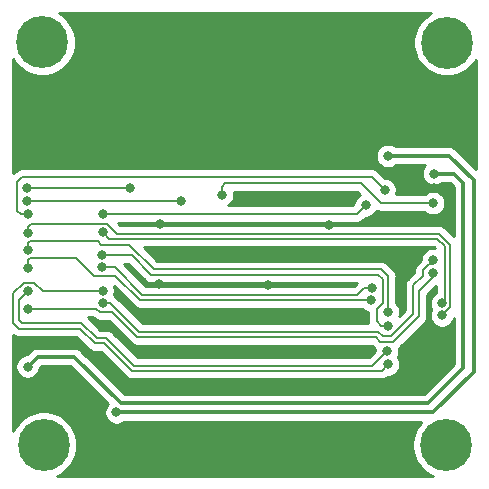
<source format=gbr>
%TF.GenerationSoftware,KiCad,Pcbnew,5.1.10-88a1d61d58~88~ubuntu18.04.1*%
%TF.CreationDate,2021-08-08T17:29:49+07:00*%
%TF.ProjectId,AETINA_ACCS3-STD-AN00-TEKNIQUE_OCLEA_OS08A20-ADAPTER,41455449-4e41-45f4-9143-4353332d5354,rev?*%
%TF.SameCoordinates,Original*%
%TF.FileFunction,Copper,L2,Bot*%
%TF.FilePolarity,Positive*%
%FSLAX46Y46*%
G04 Gerber Fmt 4.6, Leading zero omitted, Abs format (unit mm)*
G04 Created by KiCad (PCBNEW 5.1.10-88a1d61d58~88~ubuntu18.04.1) date 2021-08-08 17:29:49*
%MOMM*%
%LPD*%
G01*
G04 APERTURE LIST*
%TA.AperFunction,ComponentPad*%
%ADD10C,4.400000*%
%TD*%
%TA.AperFunction,ViaPad*%
%ADD11C,0.800000*%
%TD*%
%TA.AperFunction,Conductor*%
%ADD12C,0.200000*%
%TD*%
%TA.AperFunction,Conductor*%
%ADD13C,0.300000*%
%TD*%
%TA.AperFunction,Conductor*%
%ADD14C,0.350000*%
%TD*%
%TA.AperFunction,Conductor*%
%ADD15C,0.254000*%
%TD*%
%TA.AperFunction,Conductor*%
%ADD16C,0.100000*%
%TD*%
G04 APERTURE END LIST*
D10*
%TO.P,H4,1*%
%TO.N,N/C*%
X139646660Y-79181960D03*
%TD*%
%TO.P,H3,1*%
%TO.N,N/C*%
X139552680Y-113235740D03*
%TD*%
%TO.P,H2,1*%
%TO.N,N/C*%
X105514140Y-113238280D03*
%TD*%
%TO.P,H1,1*%
%TO.N,N/C*%
X105389680Y-79164180D03*
%TD*%
D11*
%TO.N,GND*%
X107485180Y-86039960D03*
X107477560Y-106883200D03*
X129661920Y-92425520D03*
X138643360Y-105961180D03*
X138676380Y-87198200D03*
X124462540Y-99687380D03*
X124480320Y-102339140D03*
X134696200Y-97515680D03*
X138516360Y-91465400D03*
X124490480Y-97185480D03*
X129674620Y-94635320D03*
X115356640Y-94538800D03*
X115300760Y-99651820D03*
X114711480Y-89479120D03*
X110474760Y-103073200D03*
X115316000Y-97020380D03*
X124485400Y-105425240D03*
X129674620Y-102323900D03*
X115277900Y-102275640D03*
X115277900Y-105331260D03*
X129674620Y-105427780D03*
X129667000Y-88798400D03*
X138503660Y-94305120D03*
%TO.N,/CSI_nRST_1V8*%
X104106980Y-92555060D03*
X117167660Y-92557600D03*
%TO.N,/I2C_SCL_1V8*%
X104114600Y-91485720D03*
X112793780Y-91473020D03*
%TO.N,+3V3*%
X138544300Y-90274140D03*
X104152700Y-106616500D03*
%TO.N,+5V*%
X134645400Y-88773000D03*
X111660940Y-110484920D03*
%TO.N,/SVSYNC*%
X110502700Y-93687900D03*
X132765800Y-92964000D03*
%TO.N,/SHSYNC*%
X104140000Y-93700600D03*
X134371080Y-91638120D03*
%TO.N,/CLK_SI_3V3*%
X138480800Y-92768420D03*
X120586500Y-92075000D03*
%TO.N,/SD_LVDS3_N*%
X139217400Y-101257100D03*
X110490000Y-95199200D03*
%TO.N,/SD_LVDS3_P*%
X139230100Y-102273100D03*
X104140000Y-95275400D03*
%TO.N,/SD_LVDS2_N*%
X134640320Y-101963220D03*
X104152700Y-96697800D03*
%TO.N,/SD_LVDS2_P*%
X134650480Y-103131620D03*
X110477300Y-97193100D03*
%TO.N,/SD_LVDS1_N*%
X133311900Y-99949000D03*
X110477300Y-98196400D03*
%TO.N,/SD_LVDS1_P*%
X133235700Y-100977700D03*
X104140000Y-98242120D03*
%TO.N,/SPCLK_LVDS0_N*%
X104178100Y-100203000D03*
X134594600Y-105308400D03*
%TO.N,/SPCLK_LVDS0_P*%
X134658100Y-106426000D03*
X110490000Y-100203000D03*
%TO.N,/SD_LVDS0_N*%
X138468100Y-97604580D03*
X110502700Y-101206300D03*
%TO.N,/SD_LVDS0_P*%
X138478260Y-98651060D03*
X104178100Y-101701600D03*
%TD*%
D12*
%TO.N,/CSI_nRST_1V8*%
X117165120Y-92555060D02*
X117167660Y-92557600D01*
X104106980Y-92555060D02*
X117165120Y-92555060D01*
%TO.N,/I2C_SCL_1V8*%
X112781080Y-91485720D02*
X112793780Y-91473020D01*
X104114600Y-91485720D02*
X112781080Y-91485720D01*
D13*
%TO.N,+3V3*%
X104985820Y-105783380D02*
X104152700Y-106616500D01*
X138544300Y-90274140D02*
X140233400Y-90274140D01*
X141033500Y-91074240D02*
X141033500Y-106735880D01*
X141033500Y-106735880D02*
X138043920Y-109725460D01*
X108099860Y-105783380D02*
X104985820Y-105783380D01*
X112041940Y-109725460D02*
X108099860Y-105783380D01*
X140233400Y-90274140D02*
X141033500Y-91074240D01*
X138043920Y-109725460D02*
X112041940Y-109725460D01*
D14*
%TO.N,+5V*%
X141909800Y-90848180D02*
X139834620Y-88773000D01*
X141909800Y-107063540D02*
X141909800Y-90848180D01*
X139834620Y-88773000D02*
X134645400Y-88773000D01*
X138493500Y-110479840D02*
X141909800Y-107063540D01*
X111666020Y-110479840D02*
X138493500Y-110479840D01*
X111660940Y-110484920D02*
X111666020Y-110479840D01*
D12*
%TO.N,/SVSYNC*%
X132041900Y-93687900D02*
X132765800Y-92964000D01*
X110502700Y-93687900D02*
X132041900Y-93687900D01*
%TO.N,/SHSYNC*%
X103271320Y-90947240D02*
X103271320Y-93426280D01*
X103657400Y-90561160D02*
X103271320Y-90947240D01*
X103545640Y-93700600D02*
X104140000Y-93700600D01*
X103271320Y-93426280D02*
X103545640Y-93700600D01*
X134371080Y-91638120D02*
X133294120Y-90561160D01*
X133294120Y-90561160D02*
X103657400Y-90561160D01*
%TO.N,/CLK_SI_3V3*%
X134061200Y-92773500D02*
X133235700Y-91948000D01*
X138442700Y-92773500D02*
X134061200Y-92773500D01*
X120586500Y-91373960D02*
X120586500Y-92075000D01*
X120896380Y-91064080D02*
X120586500Y-91373960D01*
X132356860Y-91064080D02*
X120896380Y-91064080D01*
X134061200Y-92773500D02*
X134061200Y-92768420D01*
X134061200Y-92768420D02*
X132356860Y-91064080D01*
%TO.N,/SD_LVDS3_N*%
X139463780Y-101010720D02*
X139217400Y-101257100D01*
X139463780Y-96395540D02*
X139463780Y-101010720D01*
X138838940Y-95770700D02*
X139463780Y-96395540D01*
X111061500Y-95770700D02*
X138838940Y-95770700D01*
X110490000Y-95199200D02*
X111061500Y-95770700D01*
%TO.N,/SD_LVDS3_P*%
X139917401Y-101585799D02*
X139230100Y-102273100D01*
X139917401Y-96283463D02*
X139917401Y-101585799D01*
X104140000Y-95275400D02*
X104140000Y-94759780D01*
X104140000Y-94759780D02*
X104400581Y-94499199D01*
X110826001Y-94499199D02*
X111697492Y-95370690D01*
X111697492Y-95370690D02*
X139004629Y-95370690D01*
X104400581Y-94499199D02*
X110826001Y-94499199D01*
X139004629Y-95370690D02*
X139917401Y-96283463D01*
%TO.N,/SD_LVDS2_N*%
X104152700Y-96174560D02*
X104152700Y-96697800D01*
X104335580Y-95991680D02*
X104152700Y-96174560D01*
X110091220Y-95991680D02*
X104335580Y-95991680D01*
X134640320Y-101963220D02*
X134640320Y-98978020D01*
X134027400Y-98365100D02*
X114811600Y-98365100D01*
X134640320Y-98978020D02*
X134027400Y-98365100D01*
X114811600Y-98365100D02*
X112744301Y-96297801D01*
X112744301Y-96297801D02*
X110397341Y-96297801D01*
X110397341Y-96297801D02*
X110091220Y-95991680D01*
%TO.N,/SD_LVDS2_P*%
X112979200Y-97193100D02*
X110477300Y-97193100D01*
X114601200Y-98815100D02*
X112979200Y-97193100D01*
X134650480Y-103131620D02*
X134056120Y-103131620D01*
X134056120Y-103131620D02*
X133692900Y-102768400D01*
X133841000Y-98815100D02*
X114601200Y-98815100D01*
X133692900Y-102768400D02*
X133692900Y-101765100D01*
X134195470Y-101262530D02*
X134195470Y-99169570D01*
X133692900Y-101765100D02*
X134195470Y-101262530D01*
X134195470Y-99169570D02*
X133841000Y-98815100D01*
%TO.N,/SD_LVDS1_N*%
X110477300Y-98196400D02*
X111508427Y-98196400D01*
X111508427Y-98196400D02*
X113848827Y-100536800D01*
X132638800Y-99949000D02*
X133311900Y-99949000D01*
X132051000Y-100536800D02*
X132638800Y-99949000D01*
X113848827Y-100536800D02*
X132051000Y-100536800D01*
%TO.N,/SD_LVDS1_P*%
X132965400Y-100986800D02*
X113662427Y-100986800D01*
X113662427Y-100986800D02*
X111576364Y-98900736D01*
X108445300Y-97599500D02*
X109746536Y-98900736D01*
X111576364Y-98900736D02*
X109746536Y-98900736D01*
X104140000Y-98242120D02*
X104140000Y-97805240D01*
X104140000Y-97805240D02*
X104140000Y-97617280D01*
X104140000Y-97617280D02*
X104353360Y-97403920D01*
X108249720Y-97403920D02*
X109746536Y-98900736D01*
X104353360Y-97403920D02*
X108249720Y-97403920D01*
%TO.N,/SPCLK_LVDS0_N*%
X134594600Y-105295700D02*
X134594600Y-105295700D01*
X133338530Y-106564470D02*
X134594600Y-105308400D01*
X113153230Y-106564470D02*
X133338530Y-106564470D01*
X110811310Y-104222550D02*
X113153230Y-106564470D01*
X103399800Y-100981300D02*
X103399800Y-102647540D01*
X104178100Y-100203000D02*
X103399800Y-100981300D01*
X103399800Y-102647540D02*
X103695920Y-102943660D01*
X108699300Y-102943660D02*
X109978190Y-104222550D01*
X103695920Y-102943660D02*
X108699300Y-102943660D01*
X109978190Y-104222550D02*
X110811310Y-104222550D01*
%TO.N,/SPCLK_LVDS0_P*%
X134119620Y-106964480D02*
X134658100Y-106426000D01*
X112987541Y-106964480D02*
X134119620Y-106964480D01*
X109812502Y-104622560D02*
X110645621Y-104622560D01*
X103448700Y-103390700D02*
X108580642Y-103390700D01*
X110645621Y-104622560D02*
X112987541Y-106964480D01*
X110490000Y-100203000D02*
X105422700Y-100203000D01*
X105422700Y-100203000D02*
X104722699Y-99502999D01*
X108580642Y-103390700D02*
X109812502Y-104622560D01*
X104722699Y-99502999D02*
X103842099Y-99502999D01*
X102949800Y-100395298D02*
X102949800Y-102891800D01*
X103842099Y-99502999D02*
X102949800Y-100395298D01*
X102949800Y-102891800D02*
X103448700Y-103390700D01*
%TO.N,/SD_LVDS0_N*%
X138284181Y-97951059D02*
X138468100Y-97767140D01*
X138468100Y-97767140D02*
X138468100Y-97604580D01*
X138142259Y-97951059D02*
X138284181Y-97951059D01*
X137624820Y-98915220D02*
X137624820Y-98468498D01*
X136808000Y-99732040D02*
X137624820Y-98915220D01*
X137624820Y-98468498D02*
X138142259Y-97951059D01*
X110502700Y-101206300D02*
X111117800Y-101206300D01*
X113585200Y-103673700D02*
X133833660Y-103673700D01*
X136808000Y-102154500D02*
X136808000Y-99732040D01*
X111117800Y-101206300D02*
X113585200Y-103673700D01*
X134916830Y-104045670D02*
X136808000Y-102154500D01*
X133833660Y-103673700D02*
X134205630Y-104045670D01*
X134205630Y-104045670D02*
X134916830Y-104045670D01*
%TO.N,/SD_LVDS0_P*%
X138478260Y-99011740D02*
X138478260Y-98651060D01*
X137258000Y-100232000D02*
X138478260Y-99011740D01*
X137258000Y-102340900D02*
X137258000Y-100232000D01*
X135110962Y-104487938D02*
X137258000Y-102340900D01*
X134005278Y-104487938D02*
X135110962Y-104487938D01*
X104178100Y-101701600D02*
X109961998Y-101701600D01*
X110264099Y-102003701D02*
X111312801Y-102003701D01*
X111312801Y-102003701D02*
X113432800Y-104123700D01*
X113432800Y-104123700D02*
X133641040Y-104123700D01*
X109961998Y-101701600D02*
X110264099Y-102003701D01*
X133641040Y-104123700D02*
X134005278Y-104487938D01*
%TD*%
D15*
%TO.N,GND*%
X138728781Y-100339217D02*
X138727144Y-100339895D01*
X138557626Y-100453163D01*
X138413463Y-100597326D01*
X138300195Y-100766844D01*
X138222174Y-100955202D01*
X138182400Y-101155161D01*
X138182400Y-101359039D01*
X138222174Y-101558998D01*
X138300195Y-101747356D01*
X138318401Y-101774603D01*
X138312895Y-101782844D01*
X138234874Y-101971202D01*
X138195100Y-102171161D01*
X138195100Y-102375039D01*
X138234874Y-102574998D01*
X138312895Y-102763356D01*
X138426163Y-102932874D01*
X138570326Y-103077037D01*
X138739844Y-103190305D01*
X138928202Y-103268326D01*
X139128161Y-103308100D01*
X139332039Y-103308100D01*
X139531998Y-103268326D01*
X139720356Y-103190305D01*
X139889874Y-103077037D01*
X140034037Y-102932874D01*
X140147305Y-102763356D01*
X140225326Y-102574998D01*
X140248501Y-102458490D01*
X140248501Y-106410722D01*
X137718763Y-108940460D01*
X112367098Y-108940460D01*
X108682207Y-105255570D01*
X108657624Y-105225616D01*
X108538093Y-105127518D01*
X108401720Y-105054626D01*
X108253747Y-105009739D01*
X108138421Y-104998380D01*
X108138413Y-104998380D01*
X108099860Y-104994583D01*
X108061307Y-104998380D01*
X105024376Y-104998380D01*
X104985820Y-104994583D01*
X104947264Y-104998380D01*
X104947259Y-104998380D01*
X104906846Y-105002360D01*
X104831933Y-105009738D01*
X104683960Y-105054626D01*
X104547587Y-105127518D01*
X104428056Y-105225616D01*
X104403473Y-105255570D01*
X104077543Y-105581500D01*
X104050761Y-105581500D01*
X103850802Y-105621274D01*
X103662444Y-105699295D01*
X103492926Y-105812563D01*
X103348763Y-105956726D01*
X103235495Y-106126244D01*
X103157474Y-106314602D01*
X103117700Y-106514561D01*
X103117700Y-106718439D01*
X103157474Y-106918398D01*
X103235495Y-107106756D01*
X103348763Y-107276274D01*
X103492926Y-107420437D01*
X103662444Y-107533705D01*
X103850802Y-107611726D01*
X104050761Y-107651500D01*
X104254639Y-107651500D01*
X104454598Y-107611726D01*
X104642956Y-107533705D01*
X104812474Y-107420437D01*
X104956637Y-107276274D01*
X105069905Y-107106756D01*
X105147926Y-106918398D01*
X105187700Y-106718439D01*
X105187700Y-106691657D01*
X105310977Y-106568380D01*
X107774703Y-106568380D01*
X110944236Y-109737913D01*
X110857003Y-109825146D01*
X110743735Y-109994664D01*
X110665714Y-110183022D01*
X110625940Y-110382981D01*
X110625940Y-110586859D01*
X110665714Y-110786818D01*
X110743735Y-110975176D01*
X110857003Y-111144694D01*
X111001166Y-111288857D01*
X111170684Y-111402125D01*
X111359042Y-111480146D01*
X111559001Y-111519920D01*
X111762879Y-111519920D01*
X111962838Y-111480146D01*
X112151196Y-111402125D01*
X112319243Y-111289840D01*
X137489285Y-111289840D01*
X137350592Y-111428533D01*
X137040336Y-111892864D01*
X136826628Y-112408801D01*
X136717680Y-112956517D01*
X136717680Y-113514963D01*
X136826628Y-114062679D01*
X137040336Y-114578616D01*
X137350592Y-115042947D01*
X137745473Y-115437828D01*
X138209804Y-115748084D01*
X138479897Y-115859960D01*
X106593055Y-115859960D01*
X106857016Y-115750624D01*
X107321347Y-115440368D01*
X107716228Y-115045487D01*
X108026484Y-114581156D01*
X108240192Y-114065219D01*
X108349140Y-113517503D01*
X108349140Y-112959057D01*
X108240192Y-112411341D01*
X108026484Y-111895404D01*
X107716228Y-111431073D01*
X107321347Y-111036192D01*
X106857016Y-110725936D01*
X106341079Y-110512228D01*
X105793363Y-110403280D01*
X105234917Y-110403280D01*
X104687201Y-110512228D01*
X104171264Y-110725936D01*
X103706933Y-111036192D01*
X103312052Y-111431073D01*
X103001796Y-111895404D01*
X102920579Y-112091478D01*
X102921796Y-103907253D01*
X102926462Y-103912938D01*
X103038380Y-104004787D01*
X103166067Y-104073037D01*
X103256014Y-104100322D01*
X103304614Y-104115065D01*
X103318832Y-104116465D01*
X103412595Y-104125700D01*
X103412602Y-104125700D01*
X103448699Y-104129255D01*
X103484796Y-104125700D01*
X108276196Y-104125700D01*
X109267248Y-105116753D01*
X109290264Y-105144798D01*
X109402182Y-105236647D01*
X109529869Y-105304897D01*
X109626388Y-105334176D01*
X109668416Y-105346925D01*
X109682634Y-105348325D01*
X109776397Y-105357560D01*
X109776404Y-105357560D01*
X109812501Y-105361115D01*
X109848598Y-105357560D01*
X110341175Y-105357560D01*
X112442287Y-107458673D01*
X112465303Y-107486718D01*
X112577221Y-107578567D01*
X112704908Y-107646817D01*
X112801427Y-107676096D01*
X112843455Y-107688845D01*
X112987540Y-107703036D01*
X113023645Y-107699480D01*
X134083515Y-107699480D01*
X134119620Y-107703036D01*
X134155725Y-107699480D01*
X134263705Y-107688845D01*
X134402253Y-107646817D01*
X134529940Y-107578567D01*
X134641858Y-107486718D01*
X134662964Y-107461000D01*
X134760039Y-107461000D01*
X134959998Y-107421226D01*
X135148356Y-107343205D01*
X135317874Y-107229937D01*
X135462037Y-107085774D01*
X135575305Y-106916256D01*
X135653326Y-106727898D01*
X135693100Y-106527939D01*
X135693100Y-106324061D01*
X135653326Y-106124102D01*
X135575305Y-105935744D01*
X135497755Y-105819683D01*
X135511805Y-105798656D01*
X135589826Y-105610298D01*
X135629600Y-105410339D01*
X135629600Y-105206461D01*
X135596541Y-105040261D01*
X135633200Y-105010176D01*
X135656220Y-104982126D01*
X137752197Y-102886150D01*
X137780237Y-102863138D01*
X137803250Y-102835097D01*
X137803253Y-102835094D01*
X137872086Y-102751221D01*
X137872087Y-102751220D01*
X137940337Y-102623533D01*
X137982365Y-102484985D01*
X137993000Y-102377005D01*
X137993000Y-102376996D01*
X137996555Y-102340901D01*
X137993000Y-102304806D01*
X137993000Y-100536446D01*
X138728781Y-99800666D01*
X138728781Y-100339217D01*
%TA.AperFunction,Conductor*%
D16*
G36*
X138728781Y-100339217D02*
G01*
X138727144Y-100339895D01*
X138557626Y-100453163D01*
X138413463Y-100597326D01*
X138300195Y-100766844D01*
X138222174Y-100955202D01*
X138182400Y-101155161D01*
X138182400Y-101359039D01*
X138222174Y-101558998D01*
X138300195Y-101747356D01*
X138318401Y-101774603D01*
X138312895Y-101782844D01*
X138234874Y-101971202D01*
X138195100Y-102171161D01*
X138195100Y-102375039D01*
X138234874Y-102574998D01*
X138312895Y-102763356D01*
X138426163Y-102932874D01*
X138570326Y-103077037D01*
X138739844Y-103190305D01*
X138928202Y-103268326D01*
X139128161Y-103308100D01*
X139332039Y-103308100D01*
X139531998Y-103268326D01*
X139720356Y-103190305D01*
X139889874Y-103077037D01*
X140034037Y-102932874D01*
X140147305Y-102763356D01*
X140225326Y-102574998D01*
X140248501Y-102458490D01*
X140248501Y-106410722D01*
X137718763Y-108940460D01*
X112367098Y-108940460D01*
X108682207Y-105255570D01*
X108657624Y-105225616D01*
X108538093Y-105127518D01*
X108401720Y-105054626D01*
X108253747Y-105009739D01*
X108138421Y-104998380D01*
X108138413Y-104998380D01*
X108099860Y-104994583D01*
X108061307Y-104998380D01*
X105024376Y-104998380D01*
X104985820Y-104994583D01*
X104947264Y-104998380D01*
X104947259Y-104998380D01*
X104906846Y-105002360D01*
X104831933Y-105009738D01*
X104683960Y-105054626D01*
X104547587Y-105127518D01*
X104428056Y-105225616D01*
X104403473Y-105255570D01*
X104077543Y-105581500D01*
X104050761Y-105581500D01*
X103850802Y-105621274D01*
X103662444Y-105699295D01*
X103492926Y-105812563D01*
X103348763Y-105956726D01*
X103235495Y-106126244D01*
X103157474Y-106314602D01*
X103117700Y-106514561D01*
X103117700Y-106718439D01*
X103157474Y-106918398D01*
X103235495Y-107106756D01*
X103348763Y-107276274D01*
X103492926Y-107420437D01*
X103662444Y-107533705D01*
X103850802Y-107611726D01*
X104050761Y-107651500D01*
X104254639Y-107651500D01*
X104454598Y-107611726D01*
X104642956Y-107533705D01*
X104812474Y-107420437D01*
X104956637Y-107276274D01*
X105069905Y-107106756D01*
X105147926Y-106918398D01*
X105187700Y-106718439D01*
X105187700Y-106691657D01*
X105310977Y-106568380D01*
X107774703Y-106568380D01*
X110944236Y-109737913D01*
X110857003Y-109825146D01*
X110743735Y-109994664D01*
X110665714Y-110183022D01*
X110625940Y-110382981D01*
X110625940Y-110586859D01*
X110665714Y-110786818D01*
X110743735Y-110975176D01*
X110857003Y-111144694D01*
X111001166Y-111288857D01*
X111170684Y-111402125D01*
X111359042Y-111480146D01*
X111559001Y-111519920D01*
X111762879Y-111519920D01*
X111962838Y-111480146D01*
X112151196Y-111402125D01*
X112319243Y-111289840D01*
X137489285Y-111289840D01*
X137350592Y-111428533D01*
X137040336Y-111892864D01*
X136826628Y-112408801D01*
X136717680Y-112956517D01*
X136717680Y-113514963D01*
X136826628Y-114062679D01*
X137040336Y-114578616D01*
X137350592Y-115042947D01*
X137745473Y-115437828D01*
X138209804Y-115748084D01*
X138479897Y-115859960D01*
X106593055Y-115859960D01*
X106857016Y-115750624D01*
X107321347Y-115440368D01*
X107716228Y-115045487D01*
X108026484Y-114581156D01*
X108240192Y-114065219D01*
X108349140Y-113517503D01*
X108349140Y-112959057D01*
X108240192Y-112411341D01*
X108026484Y-111895404D01*
X107716228Y-111431073D01*
X107321347Y-111036192D01*
X106857016Y-110725936D01*
X106341079Y-110512228D01*
X105793363Y-110403280D01*
X105234917Y-110403280D01*
X104687201Y-110512228D01*
X104171264Y-110725936D01*
X103706933Y-111036192D01*
X103312052Y-111431073D01*
X103001796Y-111895404D01*
X102920579Y-112091478D01*
X102921796Y-103907253D01*
X102926462Y-103912938D01*
X103038380Y-104004787D01*
X103166067Y-104073037D01*
X103256014Y-104100322D01*
X103304614Y-104115065D01*
X103318832Y-104116465D01*
X103412595Y-104125700D01*
X103412602Y-104125700D01*
X103448699Y-104129255D01*
X103484796Y-104125700D01*
X108276196Y-104125700D01*
X109267248Y-105116753D01*
X109290264Y-105144798D01*
X109402182Y-105236647D01*
X109529869Y-105304897D01*
X109626388Y-105334176D01*
X109668416Y-105346925D01*
X109682634Y-105348325D01*
X109776397Y-105357560D01*
X109776404Y-105357560D01*
X109812501Y-105361115D01*
X109848598Y-105357560D01*
X110341175Y-105357560D01*
X112442287Y-107458673D01*
X112465303Y-107486718D01*
X112577221Y-107578567D01*
X112704908Y-107646817D01*
X112801427Y-107676096D01*
X112843455Y-107688845D01*
X112987540Y-107703036D01*
X113023645Y-107699480D01*
X134083515Y-107699480D01*
X134119620Y-107703036D01*
X134155725Y-107699480D01*
X134263705Y-107688845D01*
X134402253Y-107646817D01*
X134529940Y-107578567D01*
X134641858Y-107486718D01*
X134662964Y-107461000D01*
X134760039Y-107461000D01*
X134959998Y-107421226D01*
X135148356Y-107343205D01*
X135317874Y-107229937D01*
X135462037Y-107085774D01*
X135575305Y-106916256D01*
X135653326Y-106727898D01*
X135693100Y-106527939D01*
X135693100Y-106324061D01*
X135653326Y-106124102D01*
X135575305Y-105935744D01*
X135497755Y-105819683D01*
X135511805Y-105798656D01*
X135589826Y-105610298D01*
X135629600Y-105410339D01*
X135629600Y-105206461D01*
X135596541Y-105040261D01*
X135633200Y-105010176D01*
X135656220Y-104982126D01*
X137752197Y-102886150D01*
X137780237Y-102863138D01*
X137803250Y-102835097D01*
X137803253Y-102835094D01*
X137872086Y-102751221D01*
X137872087Y-102751220D01*
X137940337Y-102623533D01*
X137982365Y-102484985D01*
X137993000Y-102377005D01*
X137993000Y-102376996D01*
X137996555Y-102340901D01*
X137993000Y-102304806D01*
X137993000Y-100536446D01*
X138728781Y-99800666D01*
X138728781Y-100339217D01*
G37*
%TD.AperFunction*%
D15*
X109718840Y-102497888D02*
X109741861Y-102525939D01*
X109853779Y-102617788D01*
X109981466Y-102686038D01*
X110120014Y-102728066D01*
X110227994Y-102738701D01*
X110228003Y-102738701D01*
X110264098Y-102742256D01*
X110300193Y-102738701D01*
X111008355Y-102738701D01*
X112887546Y-104617893D01*
X112910562Y-104645938D01*
X113022480Y-104737787D01*
X113150167Y-104806037D01*
X113288715Y-104848065D01*
X113396695Y-104858700D01*
X113396704Y-104858700D01*
X113432799Y-104862255D01*
X113468894Y-104858700D01*
X133336594Y-104858700D01*
X133460019Y-104982125D01*
X133483040Y-105010176D01*
X133582420Y-105091735D01*
X133559600Y-105206461D01*
X133559600Y-105303953D01*
X133034084Y-105829470D01*
X113457677Y-105829470D01*
X111356569Y-103728362D01*
X111333548Y-103700312D01*
X111221630Y-103608463D01*
X111093943Y-103540213D01*
X110955395Y-103498185D01*
X110847415Y-103487550D01*
X110811310Y-103483994D01*
X110775205Y-103487550D01*
X110282637Y-103487550D01*
X109244558Y-102449472D01*
X109233994Y-102436600D01*
X109657552Y-102436600D01*
X109718840Y-102497888D01*
%TA.AperFunction,Conductor*%
D16*
G36*
X109718840Y-102497888D02*
G01*
X109741861Y-102525939D01*
X109853779Y-102617788D01*
X109981466Y-102686038D01*
X110120014Y-102728066D01*
X110227994Y-102738701D01*
X110228003Y-102738701D01*
X110264098Y-102742256D01*
X110300193Y-102738701D01*
X111008355Y-102738701D01*
X112887546Y-104617893D01*
X112910562Y-104645938D01*
X113022480Y-104737787D01*
X113150167Y-104806037D01*
X113288715Y-104848065D01*
X113396695Y-104858700D01*
X113396704Y-104858700D01*
X113432799Y-104862255D01*
X113468894Y-104858700D01*
X133336594Y-104858700D01*
X133460019Y-104982125D01*
X133483040Y-105010176D01*
X133582420Y-105091735D01*
X133559600Y-105206461D01*
X133559600Y-105303953D01*
X133034084Y-105829470D01*
X113457677Y-105829470D01*
X111356569Y-103728362D01*
X111333548Y-103700312D01*
X111221630Y-103608463D01*
X111093943Y-103540213D01*
X110955395Y-103498185D01*
X110847415Y-103487550D01*
X110811310Y-103483994D01*
X110775205Y-103487550D01*
X110282637Y-103487550D01*
X109244558Y-102449472D01*
X109233994Y-102436600D01*
X109657552Y-102436600D01*
X109718840Y-102497888D01*
G37*
%TD.AperFunction*%
D15*
X113117173Y-101480993D02*
X113140189Y-101509038D01*
X113252107Y-101600887D01*
X113379794Y-101669137D01*
X113518342Y-101711165D01*
X113626322Y-101721800D01*
X113626331Y-101721800D01*
X113662426Y-101725355D01*
X113698521Y-101721800D01*
X132516089Y-101721800D01*
X132575926Y-101781637D01*
X132745444Y-101894905D01*
X132933802Y-101972926D01*
X132957901Y-101977720D01*
X132957900Y-102732294D01*
X132954344Y-102768400D01*
X132968535Y-102912485D01*
X132976487Y-102938700D01*
X113889647Y-102938700D01*
X111663059Y-100712112D01*
X111640038Y-100684062D01*
X111528120Y-100592213D01*
X111463390Y-100557614D01*
X111485226Y-100504898D01*
X111525000Y-100304939D01*
X111525000Y-100101061D01*
X111485226Y-99901102D01*
X111448415Y-99812234D01*
X113117173Y-101480993D01*
%TA.AperFunction,Conductor*%
D16*
G36*
X113117173Y-101480993D02*
G01*
X113140189Y-101509038D01*
X113252107Y-101600887D01*
X113379794Y-101669137D01*
X113518342Y-101711165D01*
X113626322Y-101721800D01*
X113626331Y-101721800D01*
X113662426Y-101725355D01*
X113698521Y-101721800D01*
X132516089Y-101721800D01*
X132575926Y-101781637D01*
X132745444Y-101894905D01*
X132933802Y-101972926D01*
X132957901Y-101977720D01*
X132957900Y-102732294D01*
X132954344Y-102768400D01*
X132968535Y-102912485D01*
X132976487Y-102938700D01*
X113889647Y-102938700D01*
X111663059Y-100712112D01*
X111640038Y-100684062D01*
X111528120Y-100592213D01*
X111463390Y-100557614D01*
X111485226Y-100504898D01*
X111525000Y-100304939D01*
X111525000Y-100101061D01*
X111485226Y-99901102D01*
X111448415Y-99812234D01*
X113117173Y-101480993D01*
G37*
%TD.AperFunction*%
D15*
X138605409Y-96576615D02*
X138570039Y-96569580D01*
X138366161Y-96569580D01*
X138166202Y-96609354D01*
X137977844Y-96687375D01*
X137808326Y-96800643D01*
X137664163Y-96944806D01*
X137550895Y-97114324D01*
X137472874Y-97302682D01*
X137433100Y-97502641D01*
X137433100Y-97620771D01*
X137130628Y-97923244D01*
X137102583Y-97946260D01*
X137010733Y-98058178D01*
X136942483Y-98185865D01*
X136907977Y-98299616D01*
X136900455Y-98324413D01*
X136886264Y-98468498D01*
X136889820Y-98504603D01*
X136889820Y-98610773D01*
X136313808Y-99186786D01*
X136285763Y-99209802D01*
X136193914Y-99321720D01*
X136150070Y-99403747D01*
X136125664Y-99449407D01*
X136083635Y-99587955D01*
X136069444Y-99732040D01*
X136073001Y-99768155D01*
X136073000Y-101850053D01*
X135619714Y-102303339D01*
X135635546Y-102265118D01*
X135675320Y-102065159D01*
X135675320Y-101861281D01*
X135635546Y-101661322D01*
X135557525Y-101472964D01*
X135444257Y-101303446D01*
X135375320Y-101234509D01*
X135375320Y-99014125D01*
X135378876Y-98978020D01*
X135364685Y-98833935D01*
X135347910Y-98778635D01*
X135322657Y-98695387D01*
X135254407Y-98567700D01*
X135162558Y-98455782D01*
X135134513Y-98432766D01*
X134572658Y-97870912D01*
X134549638Y-97842862D01*
X134437720Y-97751013D01*
X134310033Y-97682763D01*
X134171485Y-97640735D01*
X134063505Y-97630100D01*
X134027400Y-97626544D01*
X133991295Y-97630100D01*
X115116047Y-97630100D01*
X113991646Y-96505700D01*
X138534494Y-96505700D01*
X138605409Y-96576615D01*
%TA.AperFunction,Conductor*%
D16*
G36*
X138605409Y-96576615D02*
G01*
X138570039Y-96569580D01*
X138366161Y-96569580D01*
X138166202Y-96609354D01*
X137977844Y-96687375D01*
X137808326Y-96800643D01*
X137664163Y-96944806D01*
X137550895Y-97114324D01*
X137472874Y-97302682D01*
X137433100Y-97502641D01*
X137433100Y-97620771D01*
X137130628Y-97923244D01*
X137102583Y-97946260D01*
X137010733Y-98058178D01*
X136942483Y-98185865D01*
X136907977Y-98299616D01*
X136900455Y-98324413D01*
X136886264Y-98468498D01*
X136889820Y-98504603D01*
X136889820Y-98610773D01*
X136313808Y-99186786D01*
X136285763Y-99209802D01*
X136193914Y-99321720D01*
X136150070Y-99403747D01*
X136125664Y-99449407D01*
X136083635Y-99587955D01*
X136069444Y-99732040D01*
X136073001Y-99768155D01*
X136073000Y-101850053D01*
X135619714Y-102303339D01*
X135635546Y-102265118D01*
X135675320Y-102065159D01*
X135675320Y-101861281D01*
X135635546Y-101661322D01*
X135557525Y-101472964D01*
X135444257Y-101303446D01*
X135375320Y-101234509D01*
X135375320Y-99014125D01*
X135378876Y-98978020D01*
X135364685Y-98833935D01*
X135347910Y-98778635D01*
X135322657Y-98695387D01*
X135254407Y-98567700D01*
X135162558Y-98455782D01*
X135134513Y-98432766D01*
X134572658Y-97870912D01*
X134549638Y-97842862D01*
X134437720Y-97751013D01*
X134310033Y-97682763D01*
X134171485Y-97640735D01*
X134063505Y-97630100D01*
X134027400Y-97626544D01*
X133991295Y-97630100D01*
X115116047Y-97630100D01*
X113991646Y-96505700D01*
X138534494Y-96505700D01*
X138605409Y-96576615D01*
G37*
%TD.AperFunction*%
D15*
X114055946Y-99309293D02*
X114078962Y-99337338D01*
X114190880Y-99429187D01*
X114318567Y-99497437D01*
X114457115Y-99539465D01*
X114565095Y-99550100D01*
X114565104Y-99550100D01*
X114601199Y-99553655D01*
X114637294Y-99550100D01*
X131998253Y-99550100D01*
X131746554Y-99801800D01*
X114153274Y-99801800D01*
X112279573Y-97928100D01*
X112674754Y-97928100D01*
X114055946Y-99309293D01*
%TA.AperFunction,Conductor*%
D16*
G36*
X114055946Y-99309293D02*
G01*
X114078962Y-99337338D01*
X114190880Y-99429187D01*
X114318567Y-99497437D01*
X114457115Y-99539465D01*
X114565095Y-99550100D01*
X114565104Y-99550100D01*
X114601199Y-99553655D01*
X114637294Y-99550100D01*
X131998253Y-99550100D01*
X131746554Y-99801800D01*
X114153274Y-99801800D01*
X112279573Y-97928100D01*
X112674754Y-97928100D01*
X114055946Y-99309293D01*
G37*
%TD.AperFunction*%
D15*
X138262444Y-76697239D02*
X137839453Y-76979872D01*
X137444572Y-77374753D01*
X137134316Y-77839084D01*
X136920608Y-78355021D01*
X136811660Y-78902737D01*
X136811660Y-79461183D01*
X136920608Y-80008899D01*
X137134316Y-80524836D01*
X137444572Y-80989167D01*
X137839453Y-81384048D01*
X138303784Y-81694304D01*
X138819721Y-81908012D01*
X139367437Y-82016960D01*
X139925883Y-82016960D01*
X140473599Y-81908012D01*
X140989536Y-81694304D01*
X141453867Y-81384048D01*
X141848748Y-80989167D01*
X142088000Y-80631101D01*
X142088000Y-89880868D01*
X140435519Y-88228387D01*
X140410148Y-88197472D01*
X140286809Y-88096251D01*
X140146093Y-88021037D01*
X139993408Y-87974720D01*
X139874411Y-87963000D01*
X139874408Y-87963000D01*
X139834620Y-87959081D01*
X139794832Y-87963000D01*
X135296100Y-87963000D01*
X135135656Y-87855795D01*
X134947298Y-87777774D01*
X134747339Y-87738000D01*
X134543461Y-87738000D01*
X134343502Y-87777774D01*
X134155144Y-87855795D01*
X133985626Y-87969063D01*
X133841463Y-88113226D01*
X133728195Y-88282744D01*
X133650174Y-88471102D01*
X133610400Y-88671061D01*
X133610400Y-88874939D01*
X133650174Y-89074898D01*
X133728195Y-89263256D01*
X133841463Y-89432774D01*
X133985626Y-89576937D01*
X134155144Y-89690205D01*
X134343502Y-89768226D01*
X134543461Y-89808000D01*
X134747339Y-89808000D01*
X134947298Y-89768226D01*
X135135656Y-89690205D01*
X135296100Y-89583000D01*
X137771729Y-89583000D01*
X137740363Y-89614366D01*
X137627095Y-89783884D01*
X137549074Y-89972242D01*
X137509300Y-90172201D01*
X137509300Y-90376079D01*
X137549074Y-90576038D01*
X137627095Y-90764396D01*
X137740363Y-90933914D01*
X137884526Y-91078077D01*
X138054044Y-91191345D01*
X138242402Y-91269366D01*
X138442361Y-91309140D01*
X138646239Y-91309140D01*
X138846198Y-91269366D01*
X139034556Y-91191345D01*
X139204074Y-91078077D01*
X139223011Y-91059140D01*
X139908243Y-91059140D01*
X140248500Y-91399398D01*
X140248500Y-95575115D01*
X139549888Y-94876503D01*
X139526867Y-94848452D01*
X139414949Y-94756603D01*
X139287262Y-94688353D01*
X139148714Y-94646325D01*
X139040734Y-94635690D01*
X139004629Y-94632134D01*
X138968524Y-94635690D01*
X112001939Y-94635690D01*
X111789149Y-94422900D01*
X132005795Y-94422900D01*
X132041900Y-94426456D01*
X132078005Y-94422900D01*
X132185985Y-94412265D01*
X132324533Y-94370237D01*
X132452220Y-94301987D01*
X132564138Y-94210138D01*
X132587158Y-94182088D01*
X132770246Y-93999000D01*
X132867739Y-93999000D01*
X133067698Y-93959226D01*
X133256056Y-93881205D01*
X133425574Y-93767937D01*
X133569737Y-93623774D01*
X133683005Y-93454256D01*
X133699791Y-93413731D01*
X133778567Y-93455837D01*
X133917115Y-93497865D01*
X134061200Y-93512056D01*
X134097305Y-93508500D01*
X137757169Y-93508500D01*
X137821026Y-93572357D01*
X137990544Y-93685625D01*
X138178902Y-93763646D01*
X138378861Y-93803420D01*
X138582739Y-93803420D01*
X138782698Y-93763646D01*
X138971056Y-93685625D01*
X139140574Y-93572357D01*
X139284737Y-93428194D01*
X139398005Y-93258676D01*
X139476026Y-93070318D01*
X139515800Y-92870359D01*
X139515800Y-92666481D01*
X139476026Y-92466522D01*
X139398005Y-92278164D01*
X139284737Y-92108646D01*
X139140574Y-91964483D01*
X138971056Y-91851215D01*
X138782698Y-91773194D01*
X138582739Y-91733420D01*
X138378861Y-91733420D01*
X138178902Y-91773194D01*
X137990544Y-91851215D01*
X137821026Y-91964483D01*
X137747009Y-92038500D01*
X135325513Y-92038500D01*
X135366306Y-91940018D01*
X135406080Y-91740059D01*
X135406080Y-91536181D01*
X135366306Y-91336222D01*
X135288285Y-91147864D01*
X135175017Y-90978346D01*
X135030854Y-90834183D01*
X134861336Y-90720915D01*
X134672978Y-90642894D01*
X134473019Y-90603120D01*
X134375527Y-90603120D01*
X133839378Y-90066972D01*
X133816358Y-90038922D01*
X133704440Y-89947073D01*
X133576753Y-89878823D01*
X133438205Y-89836795D01*
X133330225Y-89826160D01*
X133294120Y-89822604D01*
X133258015Y-89826160D01*
X103693505Y-89826160D01*
X103657400Y-89822604D01*
X103513315Y-89836795D01*
X103374766Y-89878823D01*
X103310924Y-89912948D01*
X103247080Y-89947073D01*
X103135162Y-90038922D01*
X103112141Y-90066973D01*
X102923827Y-90255287D01*
X102925265Y-80578787D01*
X103187592Y-80971387D01*
X103582473Y-81366268D01*
X104046804Y-81676524D01*
X104562741Y-81890232D01*
X105110457Y-81999180D01*
X105668903Y-81999180D01*
X106216619Y-81890232D01*
X106732556Y-81676524D01*
X107196887Y-81366268D01*
X107591768Y-80971387D01*
X107902024Y-80507056D01*
X108115732Y-79991119D01*
X108224680Y-79443403D01*
X108224680Y-78884957D01*
X108115732Y-78337241D01*
X107902024Y-77821304D01*
X107591768Y-77356973D01*
X107196887Y-76962092D01*
X106793519Y-76692570D01*
X138262444Y-76697239D01*
%TA.AperFunction,Conductor*%
D16*
G36*
X138262444Y-76697239D02*
G01*
X137839453Y-76979872D01*
X137444572Y-77374753D01*
X137134316Y-77839084D01*
X136920608Y-78355021D01*
X136811660Y-78902737D01*
X136811660Y-79461183D01*
X136920608Y-80008899D01*
X137134316Y-80524836D01*
X137444572Y-80989167D01*
X137839453Y-81384048D01*
X138303784Y-81694304D01*
X138819721Y-81908012D01*
X139367437Y-82016960D01*
X139925883Y-82016960D01*
X140473599Y-81908012D01*
X140989536Y-81694304D01*
X141453867Y-81384048D01*
X141848748Y-80989167D01*
X142088000Y-80631101D01*
X142088000Y-89880868D01*
X140435519Y-88228387D01*
X140410148Y-88197472D01*
X140286809Y-88096251D01*
X140146093Y-88021037D01*
X139993408Y-87974720D01*
X139874411Y-87963000D01*
X139874408Y-87963000D01*
X139834620Y-87959081D01*
X139794832Y-87963000D01*
X135296100Y-87963000D01*
X135135656Y-87855795D01*
X134947298Y-87777774D01*
X134747339Y-87738000D01*
X134543461Y-87738000D01*
X134343502Y-87777774D01*
X134155144Y-87855795D01*
X133985626Y-87969063D01*
X133841463Y-88113226D01*
X133728195Y-88282744D01*
X133650174Y-88471102D01*
X133610400Y-88671061D01*
X133610400Y-88874939D01*
X133650174Y-89074898D01*
X133728195Y-89263256D01*
X133841463Y-89432774D01*
X133985626Y-89576937D01*
X134155144Y-89690205D01*
X134343502Y-89768226D01*
X134543461Y-89808000D01*
X134747339Y-89808000D01*
X134947298Y-89768226D01*
X135135656Y-89690205D01*
X135296100Y-89583000D01*
X137771729Y-89583000D01*
X137740363Y-89614366D01*
X137627095Y-89783884D01*
X137549074Y-89972242D01*
X137509300Y-90172201D01*
X137509300Y-90376079D01*
X137549074Y-90576038D01*
X137627095Y-90764396D01*
X137740363Y-90933914D01*
X137884526Y-91078077D01*
X138054044Y-91191345D01*
X138242402Y-91269366D01*
X138442361Y-91309140D01*
X138646239Y-91309140D01*
X138846198Y-91269366D01*
X139034556Y-91191345D01*
X139204074Y-91078077D01*
X139223011Y-91059140D01*
X139908243Y-91059140D01*
X140248500Y-91399398D01*
X140248500Y-95575115D01*
X139549888Y-94876503D01*
X139526867Y-94848452D01*
X139414949Y-94756603D01*
X139287262Y-94688353D01*
X139148714Y-94646325D01*
X139040734Y-94635690D01*
X139004629Y-94632134D01*
X138968524Y-94635690D01*
X112001939Y-94635690D01*
X111789149Y-94422900D01*
X132005795Y-94422900D01*
X132041900Y-94426456D01*
X132078005Y-94422900D01*
X132185985Y-94412265D01*
X132324533Y-94370237D01*
X132452220Y-94301987D01*
X132564138Y-94210138D01*
X132587158Y-94182088D01*
X132770246Y-93999000D01*
X132867739Y-93999000D01*
X133067698Y-93959226D01*
X133256056Y-93881205D01*
X133425574Y-93767937D01*
X133569737Y-93623774D01*
X133683005Y-93454256D01*
X133699791Y-93413731D01*
X133778567Y-93455837D01*
X133917115Y-93497865D01*
X134061200Y-93512056D01*
X134097305Y-93508500D01*
X137757169Y-93508500D01*
X137821026Y-93572357D01*
X137990544Y-93685625D01*
X138178902Y-93763646D01*
X138378861Y-93803420D01*
X138582739Y-93803420D01*
X138782698Y-93763646D01*
X138971056Y-93685625D01*
X139140574Y-93572357D01*
X139284737Y-93428194D01*
X139398005Y-93258676D01*
X139476026Y-93070318D01*
X139515800Y-92870359D01*
X139515800Y-92666481D01*
X139476026Y-92466522D01*
X139398005Y-92278164D01*
X139284737Y-92108646D01*
X139140574Y-91964483D01*
X138971056Y-91851215D01*
X138782698Y-91773194D01*
X138582739Y-91733420D01*
X138378861Y-91733420D01*
X138178902Y-91773194D01*
X137990544Y-91851215D01*
X137821026Y-91964483D01*
X137747009Y-92038500D01*
X135325513Y-92038500D01*
X135366306Y-91940018D01*
X135406080Y-91740059D01*
X135406080Y-91536181D01*
X135366306Y-91336222D01*
X135288285Y-91147864D01*
X135175017Y-90978346D01*
X135030854Y-90834183D01*
X134861336Y-90720915D01*
X134672978Y-90642894D01*
X134473019Y-90603120D01*
X134375527Y-90603120D01*
X133839378Y-90066972D01*
X133816358Y-90038922D01*
X133704440Y-89947073D01*
X133576753Y-89878823D01*
X133438205Y-89836795D01*
X133330225Y-89826160D01*
X133294120Y-89822604D01*
X133258015Y-89826160D01*
X103693505Y-89826160D01*
X103657400Y-89822604D01*
X103513315Y-89836795D01*
X103374766Y-89878823D01*
X103310924Y-89912948D01*
X103247080Y-89947073D01*
X103135162Y-90038922D01*
X103112141Y-90066973D01*
X102923827Y-90255287D01*
X102925265Y-80578787D01*
X103187592Y-80971387D01*
X103582473Y-81366268D01*
X104046804Y-81676524D01*
X104562741Y-81890232D01*
X105110457Y-81999180D01*
X105668903Y-81999180D01*
X106216619Y-81890232D01*
X106732556Y-81676524D01*
X107196887Y-81366268D01*
X107591768Y-80971387D01*
X107902024Y-80507056D01*
X108115732Y-79991119D01*
X108224680Y-79443403D01*
X108224680Y-78884957D01*
X108115732Y-78337241D01*
X107902024Y-77821304D01*
X107591768Y-77356973D01*
X107196887Y-76962092D01*
X106793519Y-76692570D01*
X138262444Y-76697239D01*
G37*
%TD.AperFunction*%
D15*
X132292928Y-92039594D02*
X132275544Y-92046795D01*
X132106026Y-92160063D01*
X131961863Y-92304226D01*
X131848595Y-92473744D01*
X131770574Y-92662102D01*
X131730800Y-92862061D01*
X131730800Y-92952900D01*
X121135580Y-92952900D01*
X121246274Y-92878937D01*
X121390437Y-92734774D01*
X121503705Y-92565256D01*
X121581726Y-92376898D01*
X121621500Y-92176939D01*
X121621500Y-91973061D01*
X121586893Y-91799080D01*
X132052414Y-91799080D01*
X132292928Y-92039594D01*
%TA.AperFunction,Conductor*%
D16*
G36*
X132292928Y-92039594D02*
G01*
X132275544Y-92046795D01*
X132106026Y-92160063D01*
X131961863Y-92304226D01*
X131848595Y-92473744D01*
X131770574Y-92662102D01*
X131730800Y-92862061D01*
X131730800Y-92952900D01*
X121135580Y-92952900D01*
X121246274Y-92878937D01*
X121390437Y-92734774D01*
X121503705Y-92565256D01*
X121581726Y-92376898D01*
X121621500Y-92176939D01*
X121621500Y-91973061D01*
X121586893Y-91799080D01*
X132052414Y-91799080D01*
X132292928Y-92039594D01*
G37*
%TD.AperFunction*%
%TD*%
M02*

</source>
